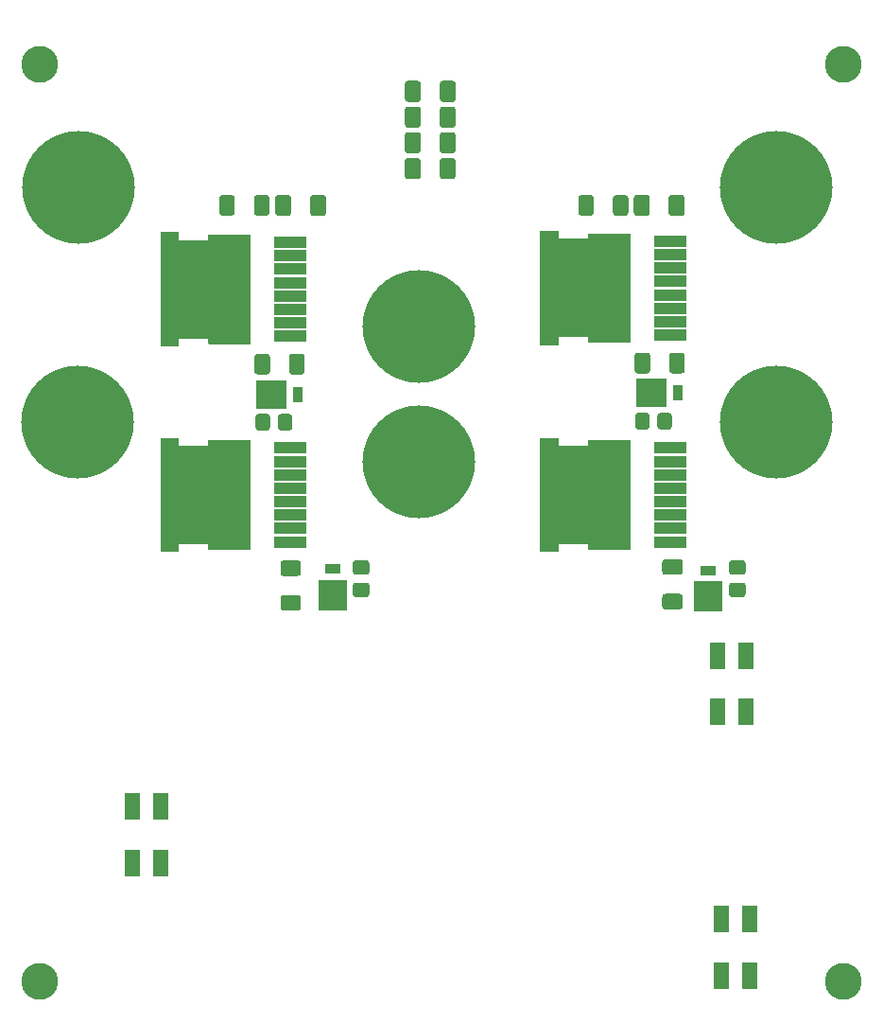
<source format=gts>
G04 #@! TF.GenerationSoftware,KiCad,Pcbnew,(5.1.6)-1*
G04 #@! TF.CreationDate,2021-04-15T23:42:56+02:00*
G04 #@! TF.ProjectId,ThreePhaseInverter,54687265-6550-4686-9173-65496e766572,rev?*
G04 #@! TF.SameCoordinates,Original*
G04 #@! TF.FileFunction,Soldermask,Top*
G04 #@! TF.FilePolarity,Negative*
%FSLAX46Y46*%
G04 Gerber Fmt 4.6, Leading zero omitted, Abs format (unit mm)*
G04 Created by KiCad (PCBNEW (5.1.6)-1) date 2021-04-15 23:42:56*
%MOMM*%
%LPD*%
G01*
G04 APERTURE LIST*
%ADD10C,3.300000*%
%ADD11C,0.150000*%
%ADD12R,2.900000X1.000000*%
%ADD13R,1.370000X2.390000*%
%ADD14R,1.370000X0.862000*%
%ADD15R,2.640000X2.770000*%
%ADD16R,0.862000X1.370000*%
%ADD17R,2.770000X2.640000*%
%ADD18C,10.100000*%
G04 APERTURE END LIST*
D10*
X126000000Y-146000000D03*
X126000000Y-64000000D03*
X54000000Y-146000000D03*
X54000000Y-64000000D03*
D11*
G36*
X64865245Y-89199039D02*
G01*
X64855866Y-89196194D01*
X64847221Y-89191573D01*
X64839645Y-89185355D01*
X64833427Y-89177779D01*
X64828806Y-89169134D01*
X64825961Y-89159755D01*
X64825000Y-89150000D01*
X64825000Y-79050000D01*
X64825961Y-79040245D01*
X64828806Y-79030866D01*
X64833427Y-79022221D01*
X64839645Y-79014645D01*
X64847221Y-79008427D01*
X64855866Y-79003806D01*
X64865245Y-79000961D01*
X64875000Y-79000000D01*
X66425000Y-79000000D01*
X66434755Y-79000961D01*
X66444134Y-79003806D01*
X66452779Y-79008427D01*
X66460355Y-79014645D01*
X66466573Y-79022221D01*
X66471194Y-79030866D01*
X66474039Y-79040245D01*
X66475000Y-79050000D01*
X66475000Y-79700000D01*
X69125000Y-79700000D01*
X69125000Y-79250000D01*
X69125961Y-79240245D01*
X69128806Y-79230866D01*
X69133427Y-79222221D01*
X69139645Y-79214645D01*
X69147221Y-79208427D01*
X69155866Y-79203806D01*
X69165245Y-79200961D01*
X69175000Y-79200000D01*
X72875000Y-79200000D01*
X72884755Y-79200961D01*
X72894134Y-79203806D01*
X72902779Y-79208427D01*
X72910355Y-79214645D01*
X72916573Y-79222221D01*
X72921194Y-79230866D01*
X72924039Y-79240245D01*
X72925000Y-79250000D01*
X72925000Y-88950000D01*
X72924039Y-88959755D01*
X72921194Y-88969134D01*
X72916573Y-88977779D01*
X72910355Y-88985355D01*
X72902779Y-88991573D01*
X72894134Y-88996194D01*
X72884755Y-88999039D01*
X72875000Y-89000000D01*
X69175000Y-89000000D01*
X69165245Y-88999039D01*
X69155866Y-88996194D01*
X69147221Y-88991573D01*
X69139645Y-88985355D01*
X69133427Y-88977779D01*
X69128806Y-88969134D01*
X69125961Y-88959755D01*
X69125000Y-88950000D01*
X69125000Y-88500000D01*
X66475000Y-88500000D01*
X66475000Y-89150000D01*
X66474039Y-89159755D01*
X66471194Y-89169134D01*
X66466573Y-89177779D01*
X66460355Y-89185355D01*
X66452779Y-89191573D01*
X66444134Y-89196194D01*
X66434755Y-89199039D01*
X66425000Y-89200000D01*
X64875000Y-89200000D01*
X64865245Y-89199039D01*
G37*
D12*
X76500000Y-79900000D03*
X76500000Y-81100000D03*
X76500000Y-82300000D03*
X76500000Y-83500000D03*
X76500000Y-84700000D03*
X76500000Y-85900000D03*
X76500000Y-87100000D03*
X76500000Y-88300000D03*
D11*
G36*
X64865245Y-107599039D02*
G01*
X64855866Y-107596194D01*
X64847221Y-107591573D01*
X64839645Y-107585355D01*
X64833427Y-107577779D01*
X64828806Y-107569134D01*
X64825961Y-107559755D01*
X64825000Y-107550000D01*
X64825000Y-97450000D01*
X64825961Y-97440245D01*
X64828806Y-97430866D01*
X64833427Y-97422221D01*
X64839645Y-97414645D01*
X64847221Y-97408427D01*
X64855866Y-97403806D01*
X64865245Y-97400961D01*
X64875000Y-97400000D01*
X66425000Y-97400000D01*
X66434755Y-97400961D01*
X66444134Y-97403806D01*
X66452779Y-97408427D01*
X66460355Y-97414645D01*
X66466573Y-97422221D01*
X66471194Y-97430866D01*
X66474039Y-97440245D01*
X66475000Y-97450000D01*
X66475000Y-98100000D01*
X69125000Y-98100000D01*
X69125000Y-97650000D01*
X69125961Y-97640245D01*
X69128806Y-97630866D01*
X69133427Y-97622221D01*
X69139645Y-97614645D01*
X69147221Y-97608427D01*
X69155866Y-97603806D01*
X69165245Y-97600961D01*
X69175000Y-97600000D01*
X72875000Y-97600000D01*
X72884755Y-97600961D01*
X72894134Y-97603806D01*
X72902779Y-97608427D01*
X72910355Y-97614645D01*
X72916573Y-97622221D01*
X72921194Y-97630866D01*
X72924039Y-97640245D01*
X72925000Y-97650000D01*
X72925000Y-107350000D01*
X72924039Y-107359755D01*
X72921194Y-107369134D01*
X72916573Y-107377779D01*
X72910355Y-107385355D01*
X72902779Y-107391573D01*
X72894134Y-107396194D01*
X72884755Y-107399039D01*
X72875000Y-107400000D01*
X69175000Y-107400000D01*
X69165245Y-107399039D01*
X69155866Y-107396194D01*
X69147221Y-107391573D01*
X69139645Y-107385355D01*
X69133427Y-107377779D01*
X69128806Y-107369134D01*
X69125961Y-107359755D01*
X69125000Y-107350000D01*
X69125000Y-106900000D01*
X66475000Y-106900000D01*
X66475000Y-107550000D01*
X66474039Y-107559755D01*
X66471194Y-107569134D01*
X66466573Y-107577779D01*
X66460355Y-107585355D01*
X66452779Y-107591573D01*
X66444134Y-107596194D01*
X66434755Y-107599039D01*
X66425000Y-107600000D01*
X64875000Y-107600000D01*
X64865245Y-107599039D01*
G37*
D12*
X76500000Y-98300000D03*
X76500000Y-99500000D03*
X76500000Y-100700000D03*
X76500000Y-101900000D03*
X76500000Y-103100000D03*
X76500000Y-104300000D03*
X76500000Y-105500000D03*
X76500000Y-106700000D03*
D11*
G36*
X98865245Y-89099039D02*
G01*
X98855866Y-89096194D01*
X98847221Y-89091573D01*
X98839645Y-89085355D01*
X98833427Y-89077779D01*
X98828806Y-89069134D01*
X98825961Y-89059755D01*
X98825000Y-89050000D01*
X98825000Y-78950000D01*
X98825961Y-78940245D01*
X98828806Y-78930866D01*
X98833427Y-78922221D01*
X98839645Y-78914645D01*
X98847221Y-78908427D01*
X98855866Y-78903806D01*
X98865245Y-78900961D01*
X98875000Y-78900000D01*
X100425000Y-78900000D01*
X100434755Y-78900961D01*
X100444134Y-78903806D01*
X100452779Y-78908427D01*
X100460355Y-78914645D01*
X100466573Y-78922221D01*
X100471194Y-78930866D01*
X100474039Y-78940245D01*
X100475000Y-78950000D01*
X100475000Y-79600000D01*
X103125000Y-79600000D01*
X103125000Y-79150000D01*
X103125961Y-79140245D01*
X103128806Y-79130866D01*
X103133427Y-79122221D01*
X103139645Y-79114645D01*
X103147221Y-79108427D01*
X103155866Y-79103806D01*
X103165245Y-79100961D01*
X103175000Y-79100000D01*
X106875000Y-79100000D01*
X106884755Y-79100961D01*
X106894134Y-79103806D01*
X106902779Y-79108427D01*
X106910355Y-79114645D01*
X106916573Y-79122221D01*
X106921194Y-79130866D01*
X106924039Y-79140245D01*
X106925000Y-79150000D01*
X106925000Y-88850000D01*
X106924039Y-88859755D01*
X106921194Y-88869134D01*
X106916573Y-88877779D01*
X106910355Y-88885355D01*
X106902779Y-88891573D01*
X106894134Y-88896194D01*
X106884755Y-88899039D01*
X106875000Y-88900000D01*
X103175000Y-88900000D01*
X103165245Y-88899039D01*
X103155866Y-88896194D01*
X103147221Y-88891573D01*
X103139645Y-88885355D01*
X103133427Y-88877779D01*
X103128806Y-88869134D01*
X103125961Y-88859755D01*
X103125000Y-88850000D01*
X103125000Y-88400000D01*
X100475000Y-88400000D01*
X100475000Y-89050000D01*
X100474039Y-89059755D01*
X100471194Y-89069134D01*
X100466573Y-89077779D01*
X100460355Y-89085355D01*
X100452779Y-89091573D01*
X100444134Y-89096194D01*
X100434755Y-89099039D01*
X100425000Y-89100000D01*
X98875000Y-89100000D01*
X98865245Y-89099039D01*
G37*
D12*
X110500000Y-79800000D03*
X110500000Y-81000000D03*
X110500000Y-82200000D03*
X110500000Y-83400000D03*
X110500000Y-84600000D03*
X110500000Y-85800000D03*
X110500000Y-87000000D03*
X110500000Y-88200000D03*
D11*
G36*
X98865245Y-107599039D02*
G01*
X98855866Y-107596194D01*
X98847221Y-107591573D01*
X98839645Y-107585355D01*
X98833427Y-107577779D01*
X98828806Y-107569134D01*
X98825961Y-107559755D01*
X98825000Y-107550000D01*
X98825000Y-97450000D01*
X98825961Y-97440245D01*
X98828806Y-97430866D01*
X98833427Y-97422221D01*
X98839645Y-97414645D01*
X98847221Y-97408427D01*
X98855866Y-97403806D01*
X98865245Y-97400961D01*
X98875000Y-97400000D01*
X100425000Y-97400000D01*
X100434755Y-97400961D01*
X100444134Y-97403806D01*
X100452779Y-97408427D01*
X100460355Y-97414645D01*
X100466573Y-97422221D01*
X100471194Y-97430866D01*
X100474039Y-97440245D01*
X100475000Y-97450000D01*
X100475000Y-98100000D01*
X103125000Y-98100000D01*
X103125000Y-97650000D01*
X103125961Y-97640245D01*
X103128806Y-97630866D01*
X103133427Y-97622221D01*
X103139645Y-97614645D01*
X103147221Y-97608427D01*
X103155866Y-97603806D01*
X103165245Y-97600961D01*
X103175000Y-97600000D01*
X106875000Y-97600000D01*
X106884755Y-97600961D01*
X106894134Y-97603806D01*
X106902779Y-97608427D01*
X106910355Y-97614645D01*
X106916573Y-97622221D01*
X106921194Y-97630866D01*
X106924039Y-97640245D01*
X106925000Y-97650000D01*
X106925000Y-107350000D01*
X106924039Y-107359755D01*
X106921194Y-107369134D01*
X106916573Y-107377779D01*
X106910355Y-107385355D01*
X106902779Y-107391573D01*
X106894134Y-107396194D01*
X106884755Y-107399039D01*
X106875000Y-107400000D01*
X103175000Y-107400000D01*
X103165245Y-107399039D01*
X103155866Y-107396194D01*
X103147221Y-107391573D01*
X103139645Y-107385355D01*
X103133427Y-107377779D01*
X103128806Y-107369134D01*
X103125961Y-107359755D01*
X103125000Y-107350000D01*
X103125000Y-106900000D01*
X100475000Y-106900000D01*
X100475000Y-107550000D01*
X100474039Y-107559755D01*
X100471194Y-107569134D01*
X100466573Y-107577779D01*
X100460355Y-107585355D01*
X100452779Y-107591573D01*
X100444134Y-107596194D01*
X100434755Y-107599039D01*
X100425000Y-107600000D01*
X98875000Y-107600000D01*
X98865245Y-107599039D01*
G37*
D12*
X110500000Y-98300000D03*
X110500000Y-99500000D03*
X110500000Y-100700000D03*
X110500000Y-101900000D03*
X110500000Y-103100000D03*
X110500000Y-104300000D03*
X110500000Y-105500000D03*
X110500000Y-106700000D03*
D13*
X117590000Y-145495000D03*
X115050000Y-145495000D03*
X117590000Y-140445000D03*
X115050000Y-140445000D03*
X114690000Y-116855000D03*
X117230000Y-116855000D03*
X114690000Y-121905000D03*
X117230000Y-121905000D03*
X64890000Y-135445000D03*
X62350000Y-135445000D03*
X64890000Y-130395000D03*
X62350000Y-130395000D03*
D14*
X113900000Y-109249000D03*
D15*
X113900000Y-111600000D03*
D16*
X111151000Y-93400000D03*
D17*
X108800000Y-93400000D03*
D14*
X80300000Y-109149000D03*
D15*
X80300000Y-111500000D03*
D16*
X77151000Y-93500000D03*
D17*
X74800000Y-93500000D03*
D18*
X57400000Y-96000000D03*
X57500000Y-75000000D03*
X88000000Y-87400000D03*
X88000000Y-99500000D03*
X120000000Y-75000000D03*
X120000000Y-96000000D03*
G36*
G01*
X111355769Y-109650000D02*
X110044231Y-109650000D01*
G75*
G02*
X109775000Y-109380769I0J269231D01*
G01*
X109775000Y-108519231D01*
G75*
G02*
X110044231Y-108250000I269231J0D01*
G01*
X111355769Y-108250000D01*
G75*
G02*
X111625000Y-108519231I0J-269231D01*
G01*
X111625000Y-109380769D01*
G75*
G02*
X111355769Y-109650000I-269231J0D01*
G01*
G37*
G36*
G01*
X111355769Y-112750000D02*
X110044231Y-112750000D01*
G75*
G02*
X109775000Y-112480769I0J269231D01*
G01*
X109775000Y-111619231D01*
G75*
G02*
X110044231Y-111350000I269231J0D01*
G01*
X111355769Y-111350000D01*
G75*
G02*
X111625000Y-111619231I0J-269231D01*
G01*
X111625000Y-112480769D01*
G75*
G02*
X111355769Y-112750000I-269231J0D01*
G01*
G37*
G36*
G01*
X110400000Y-91355769D02*
X110400000Y-90044231D01*
G75*
G02*
X110669231Y-89775000I269231J0D01*
G01*
X111530769Y-89775000D01*
G75*
G02*
X111800000Y-90044231I0J-269231D01*
G01*
X111800000Y-91355769D01*
G75*
G02*
X111530769Y-91625000I-269231J0D01*
G01*
X110669231Y-91625000D01*
G75*
G02*
X110400000Y-91355769I0J269231D01*
G01*
G37*
G36*
G01*
X107300000Y-91355769D02*
X107300000Y-90044231D01*
G75*
G02*
X107569231Y-89775000I269231J0D01*
G01*
X108430769Y-89775000D01*
G75*
G02*
X108700000Y-90044231I0J-269231D01*
G01*
X108700000Y-91355769D01*
G75*
G02*
X108430769Y-91625000I-269231J0D01*
G01*
X107569231Y-91625000D01*
G75*
G02*
X107300000Y-91355769I0J269231D01*
G01*
G37*
G36*
G01*
X77155769Y-109750000D02*
X75844231Y-109750000D01*
G75*
G02*
X75575000Y-109480769I0J269231D01*
G01*
X75575000Y-108619231D01*
G75*
G02*
X75844231Y-108350000I269231J0D01*
G01*
X77155769Y-108350000D01*
G75*
G02*
X77425000Y-108619231I0J-269231D01*
G01*
X77425000Y-109480769D01*
G75*
G02*
X77155769Y-109750000I-269231J0D01*
G01*
G37*
G36*
G01*
X77155769Y-112850000D02*
X75844231Y-112850000D01*
G75*
G02*
X75575000Y-112580769I0J269231D01*
G01*
X75575000Y-111719231D01*
G75*
G02*
X75844231Y-111450000I269231J0D01*
G01*
X77155769Y-111450000D01*
G75*
G02*
X77425000Y-111719231I0J-269231D01*
G01*
X77425000Y-112580769D01*
G75*
G02*
X77155769Y-112850000I-269231J0D01*
G01*
G37*
G36*
G01*
X76350000Y-91455769D02*
X76350000Y-90144231D01*
G75*
G02*
X76619231Y-89875000I269231J0D01*
G01*
X77480769Y-89875000D01*
G75*
G02*
X77750000Y-90144231I0J-269231D01*
G01*
X77750000Y-91455769D01*
G75*
G02*
X77480769Y-91725000I-269231J0D01*
G01*
X76619231Y-91725000D01*
G75*
G02*
X76350000Y-91455769I0J269231D01*
G01*
G37*
G36*
G01*
X73250000Y-91455769D02*
X73250000Y-90144231D01*
G75*
G02*
X73519231Y-89875000I269231J0D01*
G01*
X74380769Y-89875000D01*
G75*
G02*
X74650000Y-90144231I0J-269231D01*
G01*
X74650000Y-91455769D01*
G75*
G02*
X74380769Y-91725000I-269231J0D01*
G01*
X73519231Y-91725000D01*
G75*
G02*
X73250000Y-91455769I0J269231D01*
G01*
G37*
G36*
G01*
X116979168Y-109650000D02*
X116020832Y-109650000D01*
G75*
G02*
X115750000Y-109379168I0J270832D01*
G01*
X115750000Y-108620832D01*
G75*
G02*
X116020832Y-108350000I270832J0D01*
G01*
X116979168Y-108350000D01*
G75*
G02*
X117250000Y-108620832I0J-270832D01*
G01*
X117250000Y-109379168D01*
G75*
G02*
X116979168Y-109650000I-270832J0D01*
G01*
G37*
G36*
G01*
X116979168Y-111650000D02*
X116020832Y-111650000D01*
G75*
G02*
X115750000Y-111379168I0J270832D01*
G01*
X115750000Y-110620832D01*
G75*
G02*
X116020832Y-110350000I270832J0D01*
G01*
X116979168Y-110350000D01*
G75*
G02*
X117250000Y-110620832I0J-270832D01*
G01*
X117250000Y-111379168D01*
G75*
G02*
X116979168Y-111650000I-270832J0D01*
G01*
G37*
G36*
G01*
X109350000Y-96379168D02*
X109350000Y-95420832D01*
G75*
G02*
X109620832Y-95150000I270832J0D01*
G01*
X110379168Y-95150000D01*
G75*
G02*
X110650000Y-95420832I0J-270832D01*
G01*
X110650000Y-96379168D01*
G75*
G02*
X110379168Y-96650000I-270832J0D01*
G01*
X109620832Y-96650000D01*
G75*
G02*
X109350000Y-96379168I0J270832D01*
G01*
G37*
G36*
G01*
X107350000Y-96379168D02*
X107350000Y-95420832D01*
G75*
G02*
X107620832Y-95150000I270832J0D01*
G01*
X108379168Y-95150000D01*
G75*
G02*
X108650000Y-95420832I0J-270832D01*
G01*
X108650000Y-96379168D01*
G75*
G02*
X108379168Y-96650000I-270832J0D01*
G01*
X107620832Y-96650000D01*
G75*
G02*
X107350000Y-96379168I0J270832D01*
G01*
G37*
G36*
G01*
X83279168Y-109650000D02*
X82320832Y-109650000D01*
G75*
G02*
X82050000Y-109379168I0J270832D01*
G01*
X82050000Y-108620832D01*
G75*
G02*
X82320832Y-108350000I270832J0D01*
G01*
X83279168Y-108350000D01*
G75*
G02*
X83550000Y-108620832I0J-270832D01*
G01*
X83550000Y-109379168D01*
G75*
G02*
X83279168Y-109650000I-270832J0D01*
G01*
G37*
G36*
G01*
X83279168Y-111650000D02*
X82320832Y-111650000D01*
G75*
G02*
X82050000Y-111379168I0J270832D01*
G01*
X82050000Y-110620832D01*
G75*
G02*
X82320832Y-110350000I270832J0D01*
G01*
X83279168Y-110350000D01*
G75*
G02*
X83550000Y-110620832I0J-270832D01*
G01*
X83550000Y-111379168D01*
G75*
G02*
X83279168Y-111650000I-270832J0D01*
G01*
G37*
G36*
G01*
X75350000Y-96479168D02*
X75350000Y-95520832D01*
G75*
G02*
X75620832Y-95250000I270832J0D01*
G01*
X76379168Y-95250000D01*
G75*
G02*
X76650000Y-95520832I0J-270832D01*
G01*
X76650000Y-96479168D01*
G75*
G02*
X76379168Y-96750000I-270832J0D01*
G01*
X75620832Y-96750000D01*
G75*
G02*
X75350000Y-96479168I0J270832D01*
G01*
G37*
G36*
G01*
X73350000Y-96479168D02*
X73350000Y-95520832D01*
G75*
G02*
X73620832Y-95250000I270832J0D01*
G01*
X74379168Y-95250000D01*
G75*
G02*
X74650000Y-95520832I0J-270832D01*
G01*
X74650000Y-96479168D01*
G75*
G02*
X74379168Y-96750000I-270832J0D01*
G01*
X73620832Y-96750000D01*
G75*
G02*
X73350000Y-96479168I0J270832D01*
G01*
G37*
G36*
G01*
X70100000Y-77255769D02*
X70100000Y-75944231D01*
G75*
G02*
X70369231Y-75675000I269231J0D01*
G01*
X71230769Y-75675000D01*
G75*
G02*
X71500000Y-75944231I0J-269231D01*
G01*
X71500000Y-77255769D01*
G75*
G02*
X71230769Y-77525000I-269231J0D01*
G01*
X70369231Y-77525000D01*
G75*
G02*
X70100000Y-77255769I0J269231D01*
G01*
G37*
G36*
G01*
X73200000Y-77255769D02*
X73200000Y-75944231D01*
G75*
G02*
X73469231Y-75675000I269231J0D01*
G01*
X74330769Y-75675000D01*
G75*
G02*
X74600000Y-75944231I0J-269231D01*
G01*
X74600000Y-77255769D01*
G75*
G02*
X74330769Y-77525000I-269231J0D01*
G01*
X73469231Y-77525000D01*
G75*
G02*
X73200000Y-77255769I0J269231D01*
G01*
G37*
G36*
G01*
X75125000Y-77281133D02*
X75125000Y-75918867D01*
G75*
G02*
X75393867Y-75650000I268867J0D01*
G01*
X76281133Y-75650000D01*
G75*
G02*
X76550000Y-75918867I0J-268867D01*
G01*
X76550000Y-77281133D01*
G75*
G02*
X76281133Y-77550000I-268867J0D01*
G01*
X75393867Y-77550000D01*
G75*
G02*
X75125000Y-77281133I0J268867D01*
G01*
G37*
G36*
G01*
X78250000Y-77281133D02*
X78250000Y-75918867D01*
G75*
G02*
X78518867Y-75650000I268867J0D01*
G01*
X79406133Y-75650000D01*
G75*
G02*
X79675000Y-75918867I0J-268867D01*
G01*
X79675000Y-77281133D01*
G75*
G02*
X79406133Y-77550000I-268867J0D01*
G01*
X78518867Y-77550000D01*
G75*
G02*
X78250000Y-77281133I0J268867D01*
G01*
G37*
G36*
G01*
X110350000Y-77281133D02*
X110350000Y-75918867D01*
G75*
G02*
X110618867Y-75650000I268867J0D01*
G01*
X111506133Y-75650000D01*
G75*
G02*
X111775000Y-75918867I0J-268867D01*
G01*
X111775000Y-77281133D01*
G75*
G02*
X111506133Y-77550000I-268867J0D01*
G01*
X110618867Y-77550000D01*
G75*
G02*
X110350000Y-77281133I0J268867D01*
G01*
G37*
G36*
G01*
X107225000Y-77281133D02*
X107225000Y-75918867D01*
G75*
G02*
X107493867Y-75650000I268867J0D01*
G01*
X108381133Y-75650000D01*
G75*
G02*
X108650000Y-75918867I0J-268867D01*
G01*
X108650000Y-77281133D01*
G75*
G02*
X108381133Y-77550000I-268867J0D01*
G01*
X107493867Y-77550000D01*
G75*
G02*
X107225000Y-77281133I0J268867D01*
G01*
G37*
G36*
G01*
X89850000Y-67081133D02*
X89850000Y-65718867D01*
G75*
G02*
X90118867Y-65450000I268867J0D01*
G01*
X91006133Y-65450000D01*
G75*
G02*
X91275000Y-65718867I0J-268867D01*
G01*
X91275000Y-67081133D01*
G75*
G02*
X91006133Y-67350000I-268867J0D01*
G01*
X90118867Y-67350000D01*
G75*
G02*
X89850000Y-67081133I0J268867D01*
G01*
G37*
G36*
G01*
X86725000Y-67081133D02*
X86725000Y-65718867D01*
G75*
G02*
X86993867Y-65450000I268867J0D01*
G01*
X87881133Y-65450000D01*
G75*
G02*
X88150000Y-65718867I0J-268867D01*
G01*
X88150000Y-67081133D01*
G75*
G02*
X87881133Y-67350000I-268867J0D01*
G01*
X86993867Y-67350000D01*
G75*
G02*
X86725000Y-67081133I0J268867D01*
G01*
G37*
G36*
G01*
X86725000Y-69381133D02*
X86725000Y-68018867D01*
G75*
G02*
X86993867Y-67750000I268867J0D01*
G01*
X87881133Y-67750000D01*
G75*
G02*
X88150000Y-68018867I0J-268867D01*
G01*
X88150000Y-69381133D01*
G75*
G02*
X87881133Y-69650000I-268867J0D01*
G01*
X86993867Y-69650000D01*
G75*
G02*
X86725000Y-69381133I0J268867D01*
G01*
G37*
G36*
G01*
X89850000Y-69381133D02*
X89850000Y-68018867D01*
G75*
G02*
X90118867Y-67750000I268867J0D01*
G01*
X91006133Y-67750000D01*
G75*
G02*
X91275000Y-68018867I0J-268867D01*
G01*
X91275000Y-69381133D01*
G75*
G02*
X91006133Y-69650000I-268867J0D01*
G01*
X90118867Y-69650000D01*
G75*
G02*
X89850000Y-69381133I0J268867D01*
G01*
G37*
G36*
G01*
X89850000Y-71681133D02*
X89850000Y-70318867D01*
G75*
G02*
X90118867Y-70050000I268867J0D01*
G01*
X91006133Y-70050000D01*
G75*
G02*
X91275000Y-70318867I0J-268867D01*
G01*
X91275000Y-71681133D01*
G75*
G02*
X91006133Y-71950000I-268867J0D01*
G01*
X90118867Y-71950000D01*
G75*
G02*
X89850000Y-71681133I0J268867D01*
G01*
G37*
G36*
G01*
X86725000Y-71681133D02*
X86725000Y-70318867D01*
G75*
G02*
X86993867Y-70050000I268867J0D01*
G01*
X87881133Y-70050000D01*
G75*
G02*
X88150000Y-70318867I0J-268867D01*
G01*
X88150000Y-71681133D01*
G75*
G02*
X87881133Y-71950000I-268867J0D01*
G01*
X86993867Y-71950000D01*
G75*
G02*
X86725000Y-71681133I0J268867D01*
G01*
G37*
G36*
G01*
X86725000Y-73981133D02*
X86725000Y-72618867D01*
G75*
G02*
X86993867Y-72350000I268867J0D01*
G01*
X87881133Y-72350000D01*
G75*
G02*
X88150000Y-72618867I0J-268867D01*
G01*
X88150000Y-73981133D01*
G75*
G02*
X87881133Y-74250000I-268867J0D01*
G01*
X86993867Y-74250000D01*
G75*
G02*
X86725000Y-73981133I0J268867D01*
G01*
G37*
G36*
G01*
X89850000Y-73981133D02*
X89850000Y-72618867D01*
G75*
G02*
X90118867Y-72350000I268867J0D01*
G01*
X91006133Y-72350000D01*
G75*
G02*
X91275000Y-72618867I0J-268867D01*
G01*
X91275000Y-73981133D01*
G75*
G02*
X91006133Y-74250000I-268867J0D01*
G01*
X90118867Y-74250000D01*
G75*
G02*
X89850000Y-73981133I0J268867D01*
G01*
G37*
G36*
G01*
X105350000Y-77255769D02*
X105350000Y-75944231D01*
G75*
G02*
X105619231Y-75675000I269231J0D01*
G01*
X106480769Y-75675000D01*
G75*
G02*
X106750000Y-75944231I0J-269231D01*
G01*
X106750000Y-77255769D01*
G75*
G02*
X106480769Y-77525000I-269231J0D01*
G01*
X105619231Y-77525000D01*
G75*
G02*
X105350000Y-77255769I0J269231D01*
G01*
G37*
G36*
G01*
X102250000Y-77255769D02*
X102250000Y-75944231D01*
G75*
G02*
X102519231Y-75675000I269231J0D01*
G01*
X103380769Y-75675000D01*
G75*
G02*
X103650000Y-75944231I0J-269231D01*
G01*
X103650000Y-77255769D01*
G75*
G02*
X103380769Y-77525000I-269231J0D01*
G01*
X102519231Y-77525000D01*
G75*
G02*
X102250000Y-77255769I0J269231D01*
G01*
G37*
M02*

</source>
